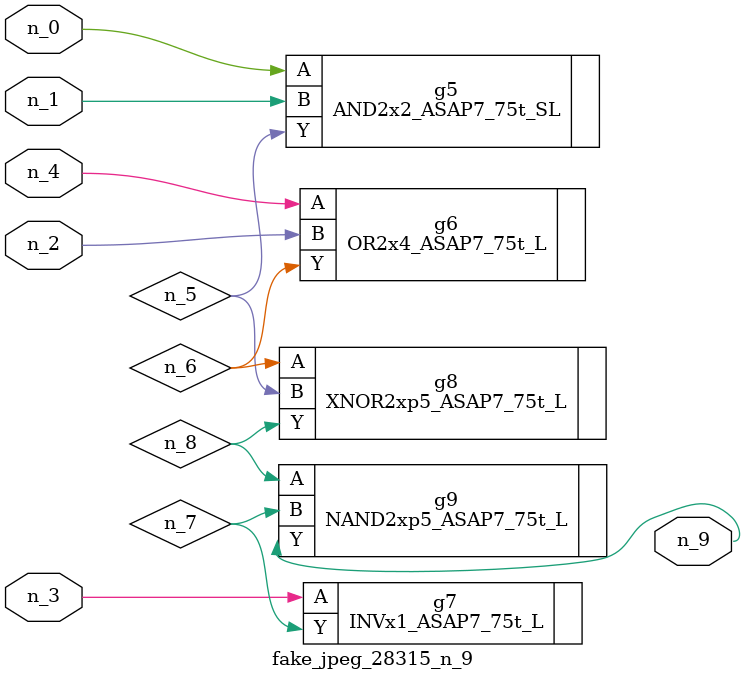
<source format=v>
module fake_jpeg_28315_n_9 (n_3, n_2, n_1, n_0, n_4, n_9);

input n_3;
input n_2;
input n_1;
input n_0;
input n_4;

output n_9;

wire n_8;
wire n_6;
wire n_5;
wire n_7;

AND2x2_ASAP7_75t_SL g5 ( 
.A(n_0),
.B(n_1),
.Y(n_5)
);

OR2x4_ASAP7_75t_L g6 ( 
.A(n_4),
.B(n_2),
.Y(n_6)
);

INVx1_ASAP7_75t_L g7 ( 
.A(n_3),
.Y(n_7)
);

XNOR2xp5_ASAP7_75t_L g8 ( 
.A(n_6),
.B(n_5),
.Y(n_8)
);

NAND2xp5_ASAP7_75t_L g9 ( 
.A(n_8),
.B(n_7),
.Y(n_9)
);


endmodule
</source>
